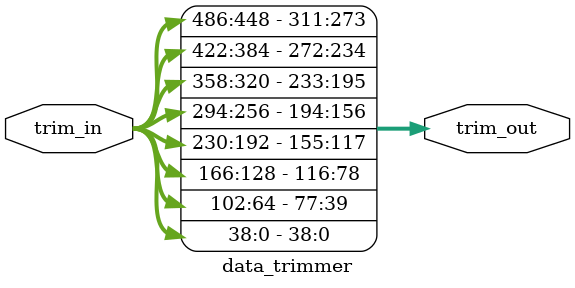
<source format=v>
module data_trimmer #(
    parameter IN_WIDTH      = 64,
    parameter OUT_WIDTH     = 39,
    parameter DATA_COUNT    = 8
)
(
    input   wire    [DATA_COUNT*IN_WIDTH-1:0]   trim_in,
    output  wire    [DATA_COUNT*OUT_WIDTH-1:0]  trim_out
);

    localparam DIFF_WIDTH = OUT_WIDTH - IN_WIDTH;

    genvar i;
    generate
        for (i = 0; i < DATA_COUNT; i = i + 1) begin : gen_trim
            if (IN_WIDTH > OUT_WIDTH) begin
                assign trim_out[i*OUT_WIDTH +: OUT_WIDTH] =
                       trim_in[i*IN_WIDTH +: OUT_WIDTH];
            end
            else if (IN_WIDTH < OUT_WIDTH) begin
                assign trim_out[i*OUT_WIDTH +: OUT_WIDTH] =
                       {{DIFF_WIDTH{1'b0}}, trim_in[i*IN_WIDTH +: IN_WIDTH]};
            end
            else begin
                assign trim_out[i*OUT_WIDTH +: OUT_WIDTH] =
                       trim_in[i*IN_WIDTH +: IN_WIDTH];
            end
        end
    endgenerate

endmodule

</source>
